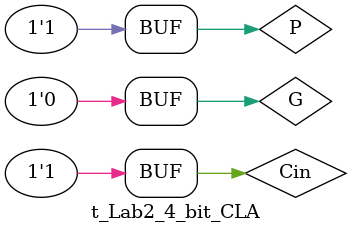
<source format=v>
module t_Lab2_4_bit_CLA;
	wire [3:0] Sum;
	wire Cout;

	reg [3:0] A, B;
	reg Cin;

	Lab2_4_bit_CLA M(Sum, Cout, A, B, Cin);

	initial begin
		$dumpfile("Lab2_4_bit_CLA.vcd");
		
			P = 4'b1101; G = 4'b0101; Cin = 1'b0;
		#50 P = 4'b1100; G = 4'b1000; Cin = 1'b1;
		
		#50 P = 4'b0101; G = 4'b1101; Cin = 1'b0;
		#50 P = 4'b1000; G = 4'b1100; Cin = 1'b1;

		#50 P = 4'b0101; G = 4'b0101; Cin = 1'b0;
		#50 P = 4'b1011; G = 4'b1011; Cin = 1'b1;

		#50 P = 4'b1111; G = 4'b1111; Cin = 1'b1;
		#50 P = 4'b1111; G = 4'b0000; Cin = 1'b1;
	end

endmodule
</source>
